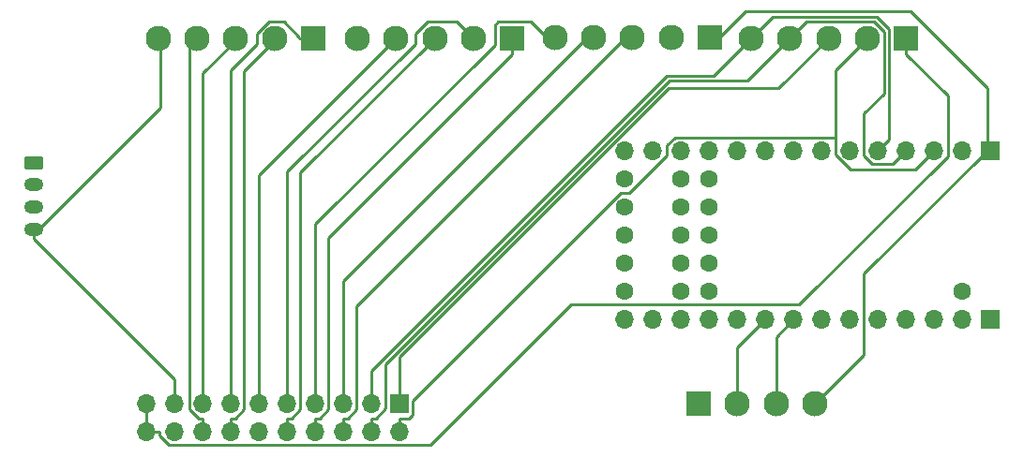
<source format=gbr>
%TF.GenerationSoftware,KiCad,Pcbnew,7.0.7*%
%TF.CreationDate,2023-08-25T02:36:16+09:00*%
%TF.ProjectId,PrecisionFightingBoard,50726563-6973-4696-9f6e-466967687469,rev?*%
%TF.SameCoordinates,Original*%
%TF.FileFunction,Copper,L2,Bot*%
%TF.FilePolarity,Positive*%
%FSLAX46Y46*%
G04 Gerber Fmt 4.6, Leading zero omitted, Abs format (unit mm)*
G04 Created by KiCad (PCBNEW 7.0.7) date 2023-08-25 02:36:16*
%MOMM*%
%LPD*%
G01*
G04 APERTURE LIST*
G04 Aperture macros list*
%AMRoundRect*
0 Rectangle with rounded corners*
0 $1 Rounding radius*
0 $2 $3 $4 $5 $6 $7 $8 $9 X,Y pos of 4 corners*
0 Add a 4 corners polygon primitive as box body*
4,1,4,$2,$3,$4,$5,$6,$7,$8,$9,$2,$3,0*
0 Add four circle primitives for the rounded corners*
1,1,$1+$1,$2,$3*
1,1,$1+$1,$4,$5*
1,1,$1+$1,$6,$7*
1,1,$1+$1,$8,$9*
0 Add four rect primitives between the rounded corners*
20,1,$1+$1,$2,$3,$4,$5,0*
20,1,$1+$1,$4,$5,$6,$7,0*
20,1,$1+$1,$6,$7,$8,$9,0*
20,1,$1+$1,$8,$9,$2,$3,0*%
G04 Aperture macros list end*
%TA.AperFunction,ComponentPad*%
%ADD10R,1.700000X1.700000*%
%TD*%
%TA.AperFunction,ComponentPad*%
%ADD11O,1.700000X1.700000*%
%TD*%
%TA.AperFunction,ComponentPad*%
%ADD12R,2.300000X2.300000*%
%TD*%
%TA.AperFunction,ComponentPad*%
%ADD13C,2.300000*%
%TD*%
%TA.AperFunction,ComponentPad*%
%ADD14C,1.600000*%
%TD*%
%TA.AperFunction,ComponentPad*%
%ADD15RoundRect,0.250000X-0.625000X0.350000X-0.625000X-0.350000X0.625000X-0.350000X0.625000X0.350000X0*%
%TD*%
%TA.AperFunction,ComponentPad*%
%ADD16O,1.750000X1.200000*%
%TD*%
%TA.AperFunction,Conductor*%
%ADD17C,0.250000*%
%TD*%
G04 APERTURE END LIST*
D10*
%TO.P,J4,1,Pin_1*%
%TO.N,unconnected-(J4-Pin_1-Pad1)*%
X160020000Y-73660000D03*
D11*
%TO.P,J4,2,Pin_2*%
%TO.N,unconnected-(J4-Pin_2-Pad2)*%
X157480000Y-73660000D03*
%TO.P,J4,3,Pin_3*%
%TO.N,unconnected-(J4-Pin_3-Pad3)*%
X154940000Y-73660000D03*
%TO.P,J4,4,Pin_4*%
%TO.N,unconnected-(J4-Pin_4-Pad4)*%
X152400000Y-73660000D03*
%TO.P,J4,5,Pin_5*%
%TO.N,unconnected-(J4-Pin_5-Pad5)*%
X149860000Y-73660000D03*
%TO.P,J4,6,Pin_6*%
%TO.N,unconnected-(J4-Pin_6-Pad6)*%
X147320000Y-73660000D03*
%TO.P,J4,7,Pin_7*%
%TO.N,unconnected-(J4-Pin_7-Pad7)*%
X144780000Y-73660000D03*
%TO.P,J4,8,Pin_8*%
%TO.N,/R3*%
X142240000Y-73660000D03*
%TO.P,J4,9,Pin_9*%
%TO.N,/L3*%
X139700000Y-73660000D03*
%TO.P,J4,10,Pin_10*%
%TO.N,unconnected-(J4-Pin_10-Pad10)*%
X137160000Y-73660000D03*
%TO.P,J4,11,Pin_11*%
%TO.N,unconnected-(J4-Pin_11-Pad11)*%
X134620000Y-73660000D03*
%TO.P,J4,12,Pin_12*%
%TO.N,/LT*%
X132080000Y-73660000D03*
%TO.P,J4,13,Pin_13*%
%TO.N,/RT*%
X129540000Y-73660000D03*
%TO.P,J4,14,Pin_14*%
%TO.N,unconnected-(J4-Pin_14-Pad14)*%
X127000000Y-73660000D03*
%TD*%
D12*
%TO.P,J8,1,Pin_1*%
%TO.N,/GND*%
X134665600Y-48209200D03*
D13*
%TO.P,J8,2,Pin_2*%
X131165600Y-48209200D03*
%TO.P,J8,3,Pin_3*%
%TO.N,/HOME*%
X127665600Y-48209200D03*
%TO.P,J8,4,Pin_4*%
%TO.N,/BACK*%
X124165600Y-48209200D03*
%TO.P,J8,5,Pin_5*%
%TO.N,/START*%
X120665600Y-48209200D03*
%TD*%
D14*
%TO.P,U1,1,GND*%
%TO.N,/GND*%
X160020000Y-58420000D03*
%TO.P,U1,2,0_RX1_CRX2_CS1*%
%TO.N,/UP*%
X157480000Y-58420000D03*
%TO.P,U1,3,1_TX1_CTX2_MISO1*%
%TO.N,/DOWN*%
X154940000Y-58420000D03*
%TO.P,U1,4,2_OUT2*%
%TO.N,/LEFT*%
X152400000Y-58420000D03*
%TO.P,U1,5,3_LRCLK2*%
%TO.N,/RIGHT*%
X149860000Y-58420000D03*
%TO.P,U1,6,4_BCLK2*%
%TO.N,/HOME*%
X147320000Y-58420000D03*
%TO.P,U1,7,5_IN2*%
%TO.N,/BACK*%
X144780000Y-58420000D03*
%TO.P,U1,8,6_OUT1D*%
%TO.N,/START*%
X142240000Y-58420000D03*
%TO.P,U1,9,7_RX2_OUT1A*%
%TO.N,/Y*%
X139700000Y-58420000D03*
%TO.P,U1,10,8_TX2_IN1*%
%TO.N,/X*%
X137160000Y-58420000D03*
%TO.P,U1,11,9_OUT1C*%
%TO.N,/RB*%
X134620000Y-58420000D03*
%TO.P,U1,12,10_CS_MQSR*%
%TO.N,/LB*%
X132080000Y-58420000D03*
%TO.P,U1,13,11_MOSI_CTX1*%
%TO.N,/A*%
X129540000Y-58420000D03*
%TO.P,U1,14,12_MISO_MQSL*%
%TO.N,/B*%
X127000000Y-58420000D03*
%TO.P,U1,15,VBAT*%
%TO.N,unconnected-(U1-VBAT-Pad15)*%
X127000000Y-60960000D03*
%TO.P,U1,16,3V3*%
%TO.N,unconnected-(U1-3V3-Pad16)*%
X127000000Y-63500000D03*
%TO.P,U1,17,GND*%
%TO.N,unconnected-(U1-GND-Pad17)*%
X127000000Y-66040000D03*
%TO.P,U1,18,PROGRAM*%
%TO.N,unconnected-(U1-PROGRAM-Pad18)*%
X127000000Y-68580000D03*
%TO.P,U1,19,ON_OFF*%
%TO.N,unconnected-(U1-ON_OFF-Pad19)*%
X127000000Y-71120000D03*
%TO.P,U1,20,13_SCK_CRX1_LED*%
%TO.N,unconnected-(U1-13_SCK_CRX1_LED-Pad20)*%
X127000000Y-73660000D03*
%TO.P,U1,21,14_A0_TX3_SPDIF_OUT*%
%TO.N,/RT*%
X129540000Y-73660000D03*
%TO.P,U1,22,15_A1_RX3_SPDIF_IN*%
%TO.N,/LT*%
X132080000Y-73660000D03*
%TO.P,U1,23,16_A2_RX4_SCL1*%
%TO.N,unconnected-(U1-16_A2_RX4_SCL1-Pad23)*%
X134620000Y-73660000D03*
%TO.P,U1,24,17_A3_TX4_SDA1*%
%TO.N,unconnected-(U1-17_A3_TX4_SDA1-Pad24)*%
X137160000Y-73660000D03*
%TO.P,U1,25,18_A4_SDA0*%
%TO.N,/L3*%
X139700000Y-73660000D03*
%TO.P,U1,26,19_A5_SCL0*%
%TO.N,/R3*%
X142240000Y-73660000D03*
%TO.P,U1,27,20_A6_TX5_LRCLK1*%
%TO.N,unconnected-(U1-20_A6_TX5_LRCLK1-Pad27)*%
X144780000Y-73660000D03*
%TO.P,U1,28,21_A7_RX5_BCLK1*%
%TO.N,unconnected-(U1-21_A7_RX5_BCLK1-Pad28)*%
X147320000Y-73660000D03*
%TO.P,U1,29,22_A8_CTX1*%
%TO.N,unconnected-(U1-22_A8_CTX1-Pad29)*%
X149860000Y-73660000D03*
%TO.P,U1,30,23_A9_CRX1_MCLK1*%
%TO.N,unconnected-(U1-23_A9_CRX1_MCLK1-Pad30)*%
X152400000Y-73660000D03*
%TO.P,U1,31,3V3*%
%TO.N,unconnected-(U1-3V3-Pad31)*%
X154940000Y-73660000D03*
%TO.P,U1,32,GND*%
%TO.N,/GND*%
X157480000Y-73660000D03*
%TO.P,U1,33,VIN*%
%TO.N,unconnected-(U1-VIN-Pad33)*%
X160020000Y-73660000D03*
%TO.P,U1,34,VUSB*%
%TO.N,unconnected-(U1-VUSB-Pad34)*%
X157480000Y-71120000D03*
%TO.P,U1,35,24_A10_TX6_SCL2*%
%TO.N,unconnected-(U1-24_A10_TX6_SCL2-Pad35)*%
X132080000Y-71120000D03*
%TO.P,U1,36,25_A11_RX6_SDA2*%
%TO.N,unconnected-(U1-25_A11_RX6_SDA2-Pad36)*%
X134620000Y-71120000D03*
%TO.P,U1,37,26_A12_MOSI1*%
%TO.N,unconnected-(U1-26_A12_MOSI1-Pad37)*%
X132080000Y-68580000D03*
%TO.P,U1,38,27_A13_SCK1*%
%TO.N,unconnected-(U1-27_A13_SCK1-Pad38)*%
X134620000Y-68580000D03*
%TO.P,U1,39,28_RX7*%
%TO.N,unconnected-(U1-28_RX7-Pad39)*%
X132080000Y-66040000D03*
%TO.P,U1,40,29_TX7*%
%TO.N,unconnected-(U1-29_TX7-Pad40)*%
X134620000Y-66040000D03*
%TO.P,U1,41,30_CRX3*%
%TO.N,unconnected-(U1-30_CRX3-Pad41)*%
X132080000Y-63500000D03*
%TO.P,U1,42,31_CTX3*%
%TO.N,unconnected-(U1-31_CTX3-Pad42)*%
X134620000Y-63500000D03*
%TO.P,U1,43,32_OUT1B*%
%TO.N,unconnected-(U1-32_OUT1B-Pad43)*%
X132080000Y-60960000D03*
%TO.P,U1,44,33_MCLK2*%
%TO.N,unconnected-(U1-33_MCLK2-Pad44)*%
X134620000Y-60960000D03*
%TD*%
D10*
%TO.P,J3,1,Pin_1*%
%TO.N,/GND*%
X160020000Y-58420000D03*
D11*
%TO.P,J3,2,Pin_2*%
%TO.N,/UP*%
X157480000Y-58420000D03*
%TO.P,J3,3,Pin_3*%
%TO.N,/DOWN*%
X154940000Y-58420000D03*
%TO.P,J3,4,Pin_4*%
%TO.N,/LEFT*%
X152400000Y-58420000D03*
%TO.P,J3,5,Pin_5*%
%TO.N,/RIGHT*%
X149860000Y-58420000D03*
%TO.P,J3,6,Pin_6*%
%TO.N,/HOME*%
X147320000Y-58420000D03*
%TO.P,J3,7,Pin_7*%
%TO.N,/BACK*%
X144780000Y-58420000D03*
%TO.P,J3,8,Pin_8*%
%TO.N,/START*%
X142240000Y-58420000D03*
%TO.P,J3,9,Pin_9*%
%TO.N,/X*%
X139700000Y-58420000D03*
%TO.P,J3,10,Pin_10*%
%TO.N,/Y*%
X137160000Y-58420000D03*
%TO.P,J3,11,Pin_11*%
%TO.N,/RB*%
X134620000Y-58420000D03*
%TO.P,J3,12,Pin_12*%
%TO.N,/LB*%
X132080000Y-58420000D03*
%TO.P,J3,13,Pin_13*%
%TO.N,/A*%
X129540000Y-58420000D03*
%TO.P,J3,14,Pin_14*%
%TO.N,/B*%
X127000000Y-58420000D03*
%TD*%
D12*
%TO.P,J10,1,Pin_1*%
%TO.N,/A*%
X98851600Y-48310800D03*
D13*
%TO.P,J10,2,Pin_2*%
%TO.N,/B*%
X95351600Y-48310800D03*
%TO.P,J10,3,Pin_3*%
%TO.N,/RT*%
X91851600Y-48310800D03*
%TO.P,J10,4,Pin_4*%
%TO.N,/LT*%
X88351600Y-48310800D03*
%TO.P,J10,5,Pin_5*%
%TO.N,/GND*%
X84851600Y-48310800D03*
%TD*%
D10*
%TO.P,J6,1,Pin_1*%
%TO.N,/UP*%
X106680000Y-81280000D03*
D11*
%TO.P,J6,2,Pin_2*%
%TO.N,/DOWN*%
X106680000Y-83820000D03*
%TO.P,J6,3,Pin_3*%
%TO.N,/RIGHT*%
X104140000Y-81280000D03*
%TO.P,J6,4,Pin_4*%
%TO.N,/LEFT*%
X104140000Y-83820000D03*
%TO.P,J6,5,Pin_5*%
%TO.N,/BACK*%
X101600000Y-81280000D03*
%TO.P,J6,6,Pin_6*%
%TO.N,/HOME*%
X101600000Y-83820000D03*
%TO.P,J6,7,Pin_7*%
%TO.N,/START*%
X99060000Y-81280000D03*
%TO.P,J6,8,Pin_8*%
%TO.N,/X*%
X99060000Y-83820000D03*
%TO.P,J6,9,Pin_9*%
%TO.N,/Y*%
X96520000Y-81280000D03*
%TO.P,J6,10,Pin_10*%
%TO.N,/RB*%
X96520000Y-83820000D03*
%TO.P,J6,11,Pin_11*%
%TO.N,/LB*%
X93980000Y-81280000D03*
%TO.P,J6,12,Pin_12*%
%TO.N,/GND*%
X93980000Y-83820000D03*
%TO.P,J6,13,Pin_13*%
%TO.N,/A*%
X91440000Y-81280000D03*
%TO.P,J6,14,Pin_14*%
%TO.N,/B*%
X91440000Y-83820000D03*
%TO.P,J6,15,Pin_15*%
%TO.N,/RT*%
X88900000Y-81280000D03*
%TO.P,J6,16,Pin_16*%
%TO.N,/LT*%
X88900000Y-83820000D03*
%TO.P,J6,17,Pin_17*%
%TO.N,/GND*%
X86360000Y-81280000D03*
%TO.P,J6,18,Pin_18*%
X86360000Y-83820000D03*
%TO.P,J6,19,Pin_19*%
%TO.N,/5V*%
X83820000Y-81280000D03*
%TO.P,J6,20,Pin_20*%
X83820000Y-83820000D03*
%TD*%
D12*
%TO.P,J9,1,Pin_1*%
%TO.N,/X*%
X116840000Y-48260000D03*
D13*
%TO.P,J9,2,Pin_2*%
%TO.N,/Y*%
X113340000Y-48260000D03*
%TO.P,J9,3,Pin_3*%
%TO.N,/RB*%
X109840000Y-48260000D03*
%TO.P,J9,4,Pin_4*%
%TO.N,/LB*%
X106340000Y-48260000D03*
%TO.P,J9,5,Pin_5*%
%TO.N,/GND*%
X102840000Y-48260000D03*
%TD*%
D12*
%TO.P,J2,1,Pin_1*%
%TO.N,unconnected-(J2-Pin_1-Pad1)*%
X133660000Y-81280000D03*
D13*
%TO.P,J2,2,Pin_2*%
%TO.N,/L3*%
X137160000Y-81280000D03*
%TO.P,J2,3,Pin_3*%
%TO.N,/R3*%
X140660000Y-81280000D03*
%TO.P,J2,4,Pin_4*%
%TO.N,/GND*%
X144160000Y-81280000D03*
%TD*%
D15*
%TO.P,J1,1,Pin_1*%
%TO.N,unconnected-(J1-Pin_1-Pad1)*%
X73660000Y-59500000D03*
D16*
%TO.P,J1,2,Pin_2*%
%TO.N,/L3*%
X73660000Y-61500000D03*
%TO.P,J1,3,Pin_3*%
%TO.N,/R3*%
X73660000Y-63500000D03*
%TO.P,J1,4,Pin_4*%
%TO.N,/GND*%
X73660000Y-65500000D03*
%TD*%
D12*
%TO.P,J7,1,Pin_1*%
%TO.N,/5V*%
X152400000Y-48260000D03*
D13*
%TO.P,J7,2,Pin_2*%
%TO.N,/DOWN*%
X148900000Y-48260000D03*
%TO.P,J7,3,Pin_3*%
%TO.N,/UP*%
X145400000Y-48260000D03*
%TO.P,J7,4,Pin_4*%
%TO.N,/LEFT*%
X141900000Y-48260000D03*
%TO.P,J7,5,Pin_5*%
%TO.N,/RIGHT*%
X138400000Y-48260000D03*
%TD*%
D17*
%TO.N,/L3*%
X137160000Y-76200000D02*
X139700000Y-73660000D01*
X137160000Y-81280000D02*
X137160000Y-76200000D01*
%TO.N,/R3*%
X140660000Y-75240000D02*
X142240000Y-73660000D01*
X140660000Y-81280000D02*
X140660000Y-75240000D01*
%TO.N,/GND*%
X159720900Y-52786100D02*
X152785400Y-45850600D01*
X134000000Y-48260000D02*
X135476900Y-48260000D01*
X86360000Y-79126900D02*
X86360000Y-81280000D01*
X73660000Y-66426900D02*
X86360000Y-79126900D01*
X159720900Y-58420000D02*
X159720900Y-52786100D01*
X144160000Y-81280000D02*
X148590000Y-76850000D01*
X148590000Y-76850000D02*
X148590000Y-69550900D01*
X73660000Y-65963400D02*
X73660000Y-66426900D01*
X85060000Y-54563400D02*
X85060000Y-48260000D01*
X73660000Y-65963400D02*
X85060000Y-54563400D01*
X73660000Y-65500000D02*
X73660000Y-65963400D01*
X137886300Y-45850600D02*
X135476900Y-48260000D01*
X148590000Y-69550900D02*
X159720900Y-58420000D01*
X159720900Y-58420000D02*
X160020000Y-58420000D01*
X152785400Y-45850600D02*
X137886300Y-45850600D01*
%TO.N,/UP*%
X106680000Y-77073200D02*
X130961500Y-52791700D01*
X106680000Y-80103100D02*
X106680000Y-77073200D01*
X140868300Y-52791700D02*
X145400000Y-48260000D01*
X106680000Y-81280000D02*
X106680000Y-80103100D01*
X130961500Y-52791700D02*
X140868300Y-52791700D01*
%TO.N,/DOWN*%
X146026100Y-58801600D02*
X146026100Y-57241600D01*
X106680000Y-82643100D02*
X107489200Y-82643100D01*
X106680000Y-83820000D02*
X106680000Y-82643100D01*
X146026100Y-51133900D02*
X148900000Y-48260000D01*
X127395900Y-62230000D02*
X130810000Y-58815900D01*
X146026100Y-57241600D02*
X146026100Y-51133900D01*
X131500400Y-57241600D02*
X146026100Y-57241600D01*
X130810000Y-58815900D02*
X130810000Y-57932000D01*
X153201000Y-60159000D02*
X147383500Y-60159000D01*
X154940000Y-58420000D02*
X153201000Y-60159000D01*
X107856900Y-82275400D02*
X107856900Y-80996600D01*
X130810000Y-57932000D02*
X131500400Y-57241600D01*
X147383500Y-60159000D02*
X146026100Y-58801600D01*
X126623500Y-62230000D02*
X127395900Y-62230000D01*
X107489200Y-82643100D02*
X107856900Y-82275400D01*
X107856900Y-80996600D02*
X126623500Y-62230000D01*
%TO.N,/RIGHT*%
X140330700Y-46329300D02*
X149719300Y-46329300D01*
X150845000Y-47455000D02*
X150845000Y-57435000D01*
X134997200Y-51662800D02*
X130812200Y-51662800D01*
X138400000Y-48260000D02*
X134997200Y-51662800D01*
X130812200Y-51662800D02*
X104140000Y-78335000D01*
X138400000Y-48260000D02*
X140330700Y-46329300D01*
X150845000Y-57435000D02*
X149860000Y-58420000D01*
X149719300Y-46329300D02*
X150845000Y-47455000D01*
X104140000Y-78335000D02*
X104140000Y-81280000D01*
%TO.N,/LEFT*%
X149355600Y-59637700D02*
X148590000Y-58872100D01*
X151182300Y-59637700D02*
X149355600Y-59637700D01*
X138045300Y-52114700D02*
X130999400Y-52114700D01*
X150393100Y-47642200D02*
X149533600Y-46782700D01*
X143377300Y-46782700D02*
X141900000Y-48260000D01*
X148590000Y-55049200D02*
X150393100Y-53246100D01*
X150393100Y-53246100D02*
X150393100Y-47642200D01*
X152400000Y-58420000D02*
X151182300Y-59637700D01*
X105410100Y-81738800D02*
X104505800Y-82643100D01*
X148590000Y-58872100D02*
X148590000Y-55049200D01*
X141900000Y-48260000D02*
X138045300Y-52114700D01*
X149533600Y-46782700D02*
X143377300Y-46782700D01*
X130999400Y-52114700D02*
X105410100Y-77704000D01*
X104505800Y-82643100D02*
X104140000Y-82643100D01*
X104140000Y-83820000D02*
X104140000Y-82643100D01*
X105410100Y-77704000D02*
X105410100Y-81738800D01*
%TO.N,/BACK*%
X101600000Y-70160000D02*
X123500000Y-48260000D01*
X101600000Y-81280000D02*
X101600000Y-70160000D01*
%TO.N,/HOME*%
X101600000Y-82643100D02*
X101967900Y-82643100D01*
X102776900Y-81834100D02*
X102776900Y-72483100D01*
X101967900Y-82643100D02*
X102776900Y-81834100D01*
X102776900Y-72483100D02*
X127000000Y-48260000D01*
X101600000Y-83820000D02*
X101600000Y-82643100D01*
%TO.N,/START*%
X115249300Y-48850900D02*
X115249300Y-47042900D01*
X115509100Y-46783100D02*
X118523100Y-46783100D01*
X115249300Y-47042900D02*
X115509100Y-46783100D01*
X99060000Y-81280000D02*
X99060000Y-65040200D01*
X99060000Y-65040200D02*
X115249300Y-48850900D01*
X118523100Y-46783100D02*
X120000000Y-48260000D01*
%TO.N,/X*%
X100236900Y-66340000D02*
X116840000Y-49736900D01*
X99427900Y-82643100D02*
X100236900Y-81834100D01*
X99060000Y-82643100D02*
X99427900Y-82643100D01*
X116840000Y-48260000D02*
X116840000Y-49736900D01*
X100236900Y-81834100D02*
X100236900Y-66340000D01*
X99060000Y-83820000D02*
X99060000Y-82643100D01*
%TO.N,/Y*%
X109203900Y-46768900D02*
X111848900Y-46768900D01*
X111848900Y-46768900D02*
X113340000Y-48260000D01*
X108090100Y-47882700D02*
X109203900Y-46768900D01*
X96520000Y-60329600D02*
X108090100Y-48759500D01*
X108090100Y-48759500D02*
X108090100Y-47882700D01*
X96520000Y-81280000D02*
X96520000Y-60329600D01*
%TO.N,/RB*%
X96520000Y-83820000D02*
X96520000Y-82643100D01*
X97696900Y-81834100D02*
X97696900Y-60403100D01*
X96520000Y-82643100D02*
X96887900Y-82643100D01*
X97696900Y-60403100D02*
X109840000Y-48260000D01*
X96887900Y-82643100D02*
X97696900Y-81834100D01*
%TO.N,/LB*%
X93980000Y-81280000D02*
X93980000Y-60620000D01*
X93980000Y-60620000D02*
X106340000Y-48260000D01*
%TO.N,/A*%
X91440000Y-81280000D02*
X91440000Y-51129600D01*
X93810100Y-48759500D02*
X93810100Y-47882700D01*
X97583100Y-48167600D02*
X97583100Y-48260000D01*
X99060000Y-48260000D02*
X97583100Y-48260000D01*
X93810100Y-47882700D02*
X94909700Y-46783100D01*
X91440000Y-51129600D02*
X93810100Y-48759500D01*
X96198600Y-46783100D02*
X97583100Y-48167600D01*
X94909700Y-46783100D02*
X96198600Y-46783100D01*
%TO.N,/B*%
X91440000Y-83820000D02*
X91440000Y-82643100D01*
X91440000Y-82643100D02*
X91807900Y-82643100D01*
X92616900Y-81834100D02*
X92616900Y-51203100D01*
X91807900Y-82643100D02*
X92616900Y-81834100D01*
X92616900Y-51203100D02*
X95560000Y-48260000D01*
%TO.N,/RT*%
X88900000Y-81280000D02*
X88900000Y-51420000D01*
X88900000Y-51420000D02*
X92060000Y-48260000D01*
%TO.N,/LT*%
X87675100Y-49144900D02*
X88560000Y-48260000D01*
X87675100Y-81786000D02*
X87675100Y-49144900D01*
X88532200Y-82643100D02*
X87675100Y-81786000D01*
X88900000Y-82643100D02*
X88532200Y-82643100D01*
X88900000Y-83820000D02*
X88900000Y-82643100D01*
%TO.N,/5V*%
X122134300Y-72354600D02*
X109483600Y-85005300D01*
X156139600Y-58897100D02*
X142682100Y-72354600D01*
X109483600Y-85005300D02*
X85816400Y-85005300D01*
X84996900Y-84185800D02*
X84996900Y-83820000D01*
X142682100Y-72354600D02*
X122134300Y-72354600D01*
X83820000Y-83820000D02*
X83820000Y-81280000D01*
X156139600Y-53476500D02*
X156139600Y-58897100D01*
X152400000Y-48260000D02*
X152400000Y-49736900D01*
X83820000Y-83820000D02*
X84996900Y-83820000D01*
X85816400Y-85005300D02*
X84996900Y-84185800D01*
X152400000Y-49736900D02*
X156139600Y-53476500D01*
%TD*%
M02*

</source>
